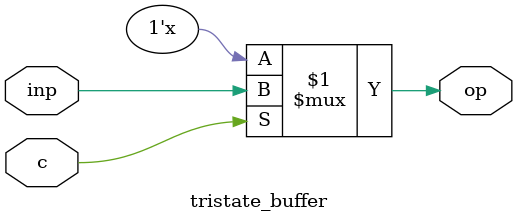
<source format=v>
`timescale 1ns / 1ps


module tristate_buffer(
    input inp,
    output op,
    input c
    );
    assign op =  c ?inp:1'bz;    
endmodule

</source>
